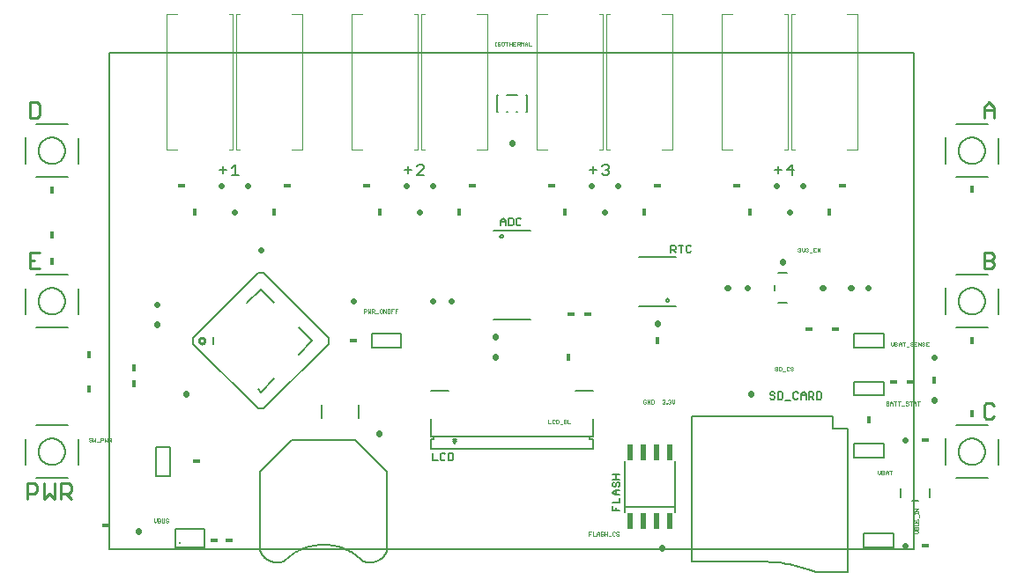
<source format=gto>
G75*
%MOIN*%
%OFA0B0*%
%FSLAX25Y25*%
%IPPOS*%
%LPD*%
%AMOC8*
5,1,8,0,0,1.08239X$1,22.5*
%
%ADD10C,0.00800*%
%ADD11C,0.01100*%
%ADD12C,0.00500*%
%ADD13C,0.00200*%
%ADD14C,0.02200*%
%ADD15R,0.01800X0.03000*%
%ADD16R,0.03000X0.01800*%
%ADD17C,0.00600*%
%ADD18C,0.00394*%
%ADD19R,0.01930X0.05984*%
%ADD20C,0.01000*%
%ADD21C,0.00787*%
D10*
X0225208Y0170801D02*
X0236232Y0170801D01*
X0236232Y0177730D01*
X0225208Y0177730D01*
X0225208Y0170801D01*
X0257345Y0169433D02*
X0257345Y0199433D01*
X0269345Y0211433D01*
X0293345Y0211433D01*
X0305345Y0199433D01*
X0305345Y0169433D01*
X0305283Y0169277D01*
X0305216Y0169122D01*
X0305147Y0168969D01*
X0305073Y0168817D01*
X0304996Y0168668D01*
X0304915Y0168520D01*
X0304831Y0168374D01*
X0304743Y0168231D01*
X0304652Y0168089D01*
X0304558Y0167950D01*
X0304460Y0167813D01*
X0304359Y0167679D01*
X0304254Y0167547D01*
X0304147Y0167417D01*
X0304036Y0167291D01*
X0303922Y0167167D01*
X0303806Y0167045D01*
X0303686Y0166927D01*
X0303564Y0166811D01*
X0303439Y0166699D01*
X0303311Y0166589D01*
X0303180Y0166483D01*
X0303047Y0166380D01*
X0302912Y0166280D01*
X0302774Y0166183D01*
X0302634Y0166090D01*
X0302492Y0166000D01*
X0302347Y0165914D01*
X0302201Y0165831D01*
X0302052Y0165752D01*
X0301902Y0165676D01*
X0301750Y0165604D01*
X0301596Y0165536D01*
X0301441Y0165471D01*
X0301284Y0165410D01*
X0301126Y0165353D01*
X0300966Y0165300D01*
X0300805Y0165251D01*
X0300643Y0165205D01*
X0300480Y0165164D01*
X0300316Y0165126D01*
X0300151Y0165093D01*
X0299985Y0165063D01*
X0299819Y0165037D01*
X0299652Y0165016D01*
X0299485Y0164998D01*
X0299317Y0164985D01*
X0299149Y0164976D01*
X0298981Y0164970D01*
X0298812Y0164969D01*
X0298644Y0164972D01*
X0298476Y0164979D01*
X0298308Y0164990D01*
X0298140Y0165005D01*
X0297973Y0165024D01*
X0297807Y0165047D01*
X0297640Y0165074D01*
X0297475Y0165105D01*
X0297310Y0165140D01*
X0297147Y0165179D01*
X0296984Y0165222D01*
X0296822Y0165269D01*
X0296662Y0165320D01*
X0296503Y0165375D01*
X0296345Y0165433D01*
X0295978Y0165791D01*
X0295603Y0166140D01*
X0295219Y0166480D01*
X0294827Y0166811D01*
X0294427Y0167132D01*
X0294020Y0167443D01*
X0293605Y0167744D01*
X0293184Y0168035D01*
X0292755Y0168316D01*
X0292319Y0168587D01*
X0291877Y0168847D01*
X0291429Y0169096D01*
X0290976Y0169334D01*
X0290516Y0169561D01*
X0290051Y0169777D01*
X0289581Y0169982D01*
X0289106Y0170175D01*
X0288627Y0170357D01*
X0288143Y0170527D01*
X0287656Y0170685D01*
X0287165Y0170832D01*
X0286670Y0170967D01*
X0286172Y0171089D01*
X0285672Y0171200D01*
X0285169Y0171299D01*
X0284663Y0171385D01*
X0284156Y0171459D01*
X0283647Y0171521D01*
X0283137Y0171570D01*
X0282626Y0171607D01*
X0282114Y0171632D01*
X0281601Y0171644D01*
X0281089Y0171644D01*
X0280576Y0171632D01*
X0280064Y0171607D01*
X0279553Y0171570D01*
X0279043Y0171521D01*
X0278534Y0171459D01*
X0278027Y0171385D01*
X0277521Y0171299D01*
X0277018Y0171200D01*
X0276518Y0171089D01*
X0276020Y0170967D01*
X0275525Y0170832D01*
X0275034Y0170685D01*
X0274547Y0170527D01*
X0274063Y0170357D01*
X0273584Y0170175D01*
X0273109Y0169982D01*
X0272639Y0169777D01*
X0272174Y0169561D01*
X0271714Y0169334D01*
X0271261Y0169096D01*
X0270813Y0168847D01*
X0270371Y0168587D01*
X0269935Y0168316D01*
X0269506Y0168035D01*
X0269085Y0167744D01*
X0268670Y0167443D01*
X0268263Y0167132D01*
X0267863Y0166811D01*
X0267471Y0166480D01*
X0267087Y0166140D01*
X0266712Y0165791D01*
X0266345Y0165433D01*
X0266187Y0165375D01*
X0266028Y0165320D01*
X0265868Y0165269D01*
X0265706Y0165222D01*
X0265543Y0165179D01*
X0265380Y0165140D01*
X0265215Y0165105D01*
X0265050Y0165074D01*
X0264883Y0165047D01*
X0264717Y0165024D01*
X0264550Y0165005D01*
X0264382Y0164990D01*
X0264214Y0164979D01*
X0264046Y0164972D01*
X0263878Y0164969D01*
X0263709Y0164970D01*
X0263541Y0164976D01*
X0263373Y0164985D01*
X0263205Y0164998D01*
X0263038Y0165016D01*
X0262871Y0165037D01*
X0262705Y0165063D01*
X0262539Y0165093D01*
X0262374Y0165126D01*
X0262210Y0165164D01*
X0262047Y0165205D01*
X0261885Y0165251D01*
X0261724Y0165300D01*
X0261564Y0165353D01*
X0261406Y0165410D01*
X0261249Y0165471D01*
X0261094Y0165536D01*
X0260940Y0165604D01*
X0260788Y0165676D01*
X0260638Y0165752D01*
X0260489Y0165831D01*
X0260343Y0165914D01*
X0260198Y0166000D01*
X0260056Y0166090D01*
X0259916Y0166183D01*
X0259778Y0166280D01*
X0259643Y0166380D01*
X0259510Y0166483D01*
X0259379Y0166589D01*
X0259251Y0166699D01*
X0259126Y0166811D01*
X0259004Y0166927D01*
X0258884Y0167045D01*
X0258768Y0167167D01*
X0258654Y0167291D01*
X0258543Y0167417D01*
X0258436Y0167547D01*
X0258331Y0167679D01*
X0258230Y0167813D01*
X0258132Y0167950D01*
X0258038Y0168089D01*
X0257947Y0168231D01*
X0257859Y0168374D01*
X0257775Y0168520D01*
X0257694Y0168668D01*
X0257617Y0168817D01*
X0257543Y0168969D01*
X0257474Y0169122D01*
X0257407Y0169277D01*
X0257345Y0169433D01*
X0321886Y0207978D02*
X0383304Y0207978D01*
X0383304Y0211522D01*
X0382123Y0211522D01*
X0382123Y0212703D01*
X0323068Y0212703D01*
X0323068Y0211522D01*
X0321886Y0211522D01*
X0321886Y0207978D01*
X0321886Y0212703D02*
X0321886Y0219278D01*
X0321886Y0212703D02*
X0323068Y0212703D01*
X0330154Y0211522D02*
X0331729Y0211522D01*
X0330942Y0209947D01*
X0330154Y0211522D01*
X0330392Y0211045D02*
X0331491Y0211045D01*
X0331092Y0210247D02*
X0330792Y0210247D01*
X0328579Y0230026D02*
X0321886Y0230026D01*
X0294682Y0224617D02*
X0294682Y0219499D01*
X0280509Y0219499D02*
X0280509Y0224617D01*
X0262745Y0234596D02*
X0257595Y0229446D01*
X0256482Y0230559D01*
X0256482Y0223321D02*
X0231983Y0247820D01*
X0231983Y0250047D01*
X0256482Y0274545D01*
X0258709Y0274545D01*
X0283207Y0250047D01*
X0283207Y0247820D01*
X0258709Y0223321D01*
X0256482Y0223321D01*
X0271932Y0243783D02*
X0277082Y0248933D01*
X0271932Y0254083D01*
X0262745Y0263270D02*
X0257595Y0268420D01*
X0252445Y0263270D01*
X0239500Y0250325D02*
X0239500Y0247541D01*
X0188595Y0258933D02*
X0188595Y0268815D01*
X0184658Y0273933D02*
X0172532Y0273933D01*
X0168595Y0268815D02*
X0168595Y0259051D01*
X0172532Y0253933D02*
X0184658Y0253933D01*
X0173595Y0263933D02*
X0173597Y0264074D01*
X0173603Y0264215D01*
X0173613Y0264355D01*
X0173627Y0264495D01*
X0173645Y0264635D01*
X0173666Y0264774D01*
X0173692Y0264913D01*
X0173721Y0265051D01*
X0173755Y0265187D01*
X0173792Y0265323D01*
X0173833Y0265458D01*
X0173878Y0265592D01*
X0173927Y0265724D01*
X0173979Y0265855D01*
X0174035Y0265984D01*
X0174095Y0266111D01*
X0174158Y0266237D01*
X0174224Y0266361D01*
X0174295Y0266484D01*
X0174368Y0266604D01*
X0174445Y0266722D01*
X0174525Y0266838D01*
X0174609Y0266951D01*
X0174695Y0267062D01*
X0174785Y0267171D01*
X0174878Y0267277D01*
X0174973Y0267380D01*
X0175072Y0267481D01*
X0175173Y0267579D01*
X0175277Y0267674D01*
X0175384Y0267766D01*
X0175493Y0267855D01*
X0175605Y0267940D01*
X0175719Y0268023D01*
X0175835Y0268103D01*
X0175954Y0268179D01*
X0176075Y0268251D01*
X0176197Y0268321D01*
X0176322Y0268386D01*
X0176448Y0268449D01*
X0176576Y0268507D01*
X0176706Y0268562D01*
X0176837Y0268614D01*
X0176970Y0268661D01*
X0177104Y0268705D01*
X0177239Y0268746D01*
X0177375Y0268782D01*
X0177512Y0268814D01*
X0177650Y0268843D01*
X0177788Y0268868D01*
X0177928Y0268888D01*
X0178068Y0268905D01*
X0178208Y0268918D01*
X0178349Y0268927D01*
X0178489Y0268932D01*
X0178630Y0268933D01*
X0178771Y0268930D01*
X0178912Y0268923D01*
X0179052Y0268912D01*
X0179192Y0268897D01*
X0179332Y0268878D01*
X0179471Y0268856D01*
X0179609Y0268829D01*
X0179747Y0268799D01*
X0179883Y0268764D01*
X0180019Y0268726D01*
X0180153Y0268684D01*
X0180287Y0268638D01*
X0180419Y0268589D01*
X0180549Y0268535D01*
X0180678Y0268478D01*
X0180805Y0268418D01*
X0180931Y0268354D01*
X0181054Y0268286D01*
X0181176Y0268215D01*
X0181296Y0268141D01*
X0181413Y0268063D01*
X0181528Y0267982D01*
X0181641Y0267898D01*
X0181752Y0267811D01*
X0181860Y0267720D01*
X0181965Y0267627D01*
X0182068Y0267530D01*
X0182168Y0267431D01*
X0182265Y0267329D01*
X0182359Y0267224D01*
X0182450Y0267117D01*
X0182538Y0267007D01*
X0182623Y0266895D01*
X0182705Y0266780D01*
X0182784Y0266663D01*
X0182859Y0266544D01*
X0182931Y0266423D01*
X0182999Y0266300D01*
X0183064Y0266175D01*
X0183126Y0266048D01*
X0183183Y0265919D01*
X0183238Y0265789D01*
X0183288Y0265658D01*
X0183335Y0265525D01*
X0183378Y0265391D01*
X0183417Y0265255D01*
X0183452Y0265119D01*
X0183484Y0264982D01*
X0183511Y0264844D01*
X0183535Y0264705D01*
X0183555Y0264565D01*
X0183571Y0264425D01*
X0183583Y0264285D01*
X0183591Y0264144D01*
X0183595Y0264003D01*
X0183595Y0263863D01*
X0183591Y0263722D01*
X0183583Y0263581D01*
X0183571Y0263441D01*
X0183555Y0263301D01*
X0183535Y0263161D01*
X0183511Y0263022D01*
X0183484Y0262884D01*
X0183452Y0262747D01*
X0183417Y0262611D01*
X0183378Y0262475D01*
X0183335Y0262341D01*
X0183288Y0262208D01*
X0183238Y0262077D01*
X0183183Y0261947D01*
X0183126Y0261818D01*
X0183064Y0261691D01*
X0182999Y0261566D01*
X0182931Y0261443D01*
X0182859Y0261322D01*
X0182784Y0261203D01*
X0182705Y0261086D01*
X0182623Y0260971D01*
X0182538Y0260859D01*
X0182450Y0260749D01*
X0182359Y0260642D01*
X0182265Y0260537D01*
X0182168Y0260435D01*
X0182068Y0260336D01*
X0181965Y0260239D01*
X0181860Y0260146D01*
X0181752Y0260055D01*
X0181641Y0259968D01*
X0181528Y0259884D01*
X0181413Y0259803D01*
X0181296Y0259725D01*
X0181176Y0259651D01*
X0181054Y0259580D01*
X0180931Y0259512D01*
X0180805Y0259448D01*
X0180678Y0259388D01*
X0180549Y0259331D01*
X0180419Y0259277D01*
X0180287Y0259228D01*
X0180153Y0259182D01*
X0180019Y0259140D01*
X0179883Y0259102D01*
X0179747Y0259067D01*
X0179609Y0259037D01*
X0179471Y0259010D01*
X0179332Y0258988D01*
X0179192Y0258969D01*
X0179052Y0258954D01*
X0178912Y0258943D01*
X0178771Y0258936D01*
X0178630Y0258933D01*
X0178489Y0258934D01*
X0178349Y0258939D01*
X0178208Y0258948D01*
X0178068Y0258961D01*
X0177928Y0258978D01*
X0177788Y0258998D01*
X0177650Y0259023D01*
X0177512Y0259052D01*
X0177375Y0259084D01*
X0177239Y0259120D01*
X0177104Y0259161D01*
X0176970Y0259205D01*
X0176837Y0259252D01*
X0176706Y0259304D01*
X0176576Y0259359D01*
X0176448Y0259417D01*
X0176322Y0259480D01*
X0176197Y0259545D01*
X0176075Y0259615D01*
X0175954Y0259687D01*
X0175835Y0259763D01*
X0175719Y0259843D01*
X0175605Y0259926D01*
X0175493Y0260011D01*
X0175384Y0260100D01*
X0175277Y0260192D01*
X0175173Y0260287D01*
X0175072Y0260385D01*
X0174973Y0260486D01*
X0174878Y0260589D01*
X0174785Y0260695D01*
X0174695Y0260804D01*
X0174609Y0260915D01*
X0174525Y0261028D01*
X0174445Y0261144D01*
X0174368Y0261262D01*
X0174295Y0261382D01*
X0174224Y0261505D01*
X0174158Y0261629D01*
X0174095Y0261755D01*
X0174035Y0261882D01*
X0173979Y0262011D01*
X0173927Y0262142D01*
X0173878Y0262274D01*
X0173833Y0262408D01*
X0173792Y0262543D01*
X0173755Y0262679D01*
X0173721Y0262815D01*
X0173692Y0262953D01*
X0173666Y0263092D01*
X0173645Y0263231D01*
X0173627Y0263371D01*
X0173613Y0263511D01*
X0173603Y0263651D01*
X0173597Y0263792D01*
X0173595Y0263933D01*
X0172532Y0216933D02*
X0184658Y0216933D01*
X0188595Y0211815D02*
X0188595Y0201933D01*
X0184658Y0196933D02*
X0172532Y0196933D01*
X0168595Y0202051D02*
X0168595Y0211815D01*
X0173595Y0206933D02*
X0173597Y0207074D01*
X0173603Y0207215D01*
X0173613Y0207355D01*
X0173627Y0207495D01*
X0173645Y0207635D01*
X0173666Y0207774D01*
X0173692Y0207913D01*
X0173721Y0208051D01*
X0173755Y0208187D01*
X0173792Y0208323D01*
X0173833Y0208458D01*
X0173878Y0208592D01*
X0173927Y0208724D01*
X0173979Y0208855D01*
X0174035Y0208984D01*
X0174095Y0209111D01*
X0174158Y0209237D01*
X0174224Y0209361D01*
X0174295Y0209484D01*
X0174368Y0209604D01*
X0174445Y0209722D01*
X0174525Y0209838D01*
X0174609Y0209951D01*
X0174695Y0210062D01*
X0174785Y0210171D01*
X0174878Y0210277D01*
X0174973Y0210380D01*
X0175072Y0210481D01*
X0175173Y0210579D01*
X0175277Y0210674D01*
X0175384Y0210766D01*
X0175493Y0210855D01*
X0175605Y0210940D01*
X0175719Y0211023D01*
X0175835Y0211103D01*
X0175954Y0211179D01*
X0176075Y0211251D01*
X0176197Y0211321D01*
X0176322Y0211386D01*
X0176448Y0211449D01*
X0176576Y0211507D01*
X0176706Y0211562D01*
X0176837Y0211614D01*
X0176970Y0211661D01*
X0177104Y0211705D01*
X0177239Y0211746D01*
X0177375Y0211782D01*
X0177512Y0211814D01*
X0177650Y0211843D01*
X0177788Y0211868D01*
X0177928Y0211888D01*
X0178068Y0211905D01*
X0178208Y0211918D01*
X0178349Y0211927D01*
X0178489Y0211932D01*
X0178630Y0211933D01*
X0178771Y0211930D01*
X0178912Y0211923D01*
X0179052Y0211912D01*
X0179192Y0211897D01*
X0179332Y0211878D01*
X0179471Y0211856D01*
X0179609Y0211829D01*
X0179747Y0211799D01*
X0179883Y0211764D01*
X0180019Y0211726D01*
X0180153Y0211684D01*
X0180287Y0211638D01*
X0180419Y0211589D01*
X0180549Y0211535D01*
X0180678Y0211478D01*
X0180805Y0211418D01*
X0180931Y0211354D01*
X0181054Y0211286D01*
X0181176Y0211215D01*
X0181296Y0211141D01*
X0181413Y0211063D01*
X0181528Y0210982D01*
X0181641Y0210898D01*
X0181752Y0210811D01*
X0181860Y0210720D01*
X0181965Y0210627D01*
X0182068Y0210530D01*
X0182168Y0210431D01*
X0182265Y0210329D01*
X0182359Y0210224D01*
X0182450Y0210117D01*
X0182538Y0210007D01*
X0182623Y0209895D01*
X0182705Y0209780D01*
X0182784Y0209663D01*
X0182859Y0209544D01*
X0182931Y0209423D01*
X0182999Y0209300D01*
X0183064Y0209175D01*
X0183126Y0209048D01*
X0183183Y0208919D01*
X0183238Y0208789D01*
X0183288Y0208658D01*
X0183335Y0208525D01*
X0183378Y0208391D01*
X0183417Y0208255D01*
X0183452Y0208119D01*
X0183484Y0207982D01*
X0183511Y0207844D01*
X0183535Y0207705D01*
X0183555Y0207565D01*
X0183571Y0207425D01*
X0183583Y0207285D01*
X0183591Y0207144D01*
X0183595Y0207003D01*
X0183595Y0206863D01*
X0183591Y0206722D01*
X0183583Y0206581D01*
X0183571Y0206441D01*
X0183555Y0206301D01*
X0183535Y0206161D01*
X0183511Y0206022D01*
X0183484Y0205884D01*
X0183452Y0205747D01*
X0183417Y0205611D01*
X0183378Y0205475D01*
X0183335Y0205341D01*
X0183288Y0205208D01*
X0183238Y0205077D01*
X0183183Y0204947D01*
X0183126Y0204818D01*
X0183064Y0204691D01*
X0182999Y0204566D01*
X0182931Y0204443D01*
X0182859Y0204322D01*
X0182784Y0204203D01*
X0182705Y0204086D01*
X0182623Y0203971D01*
X0182538Y0203859D01*
X0182450Y0203749D01*
X0182359Y0203642D01*
X0182265Y0203537D01*
X0182168Y0203435D01*
X0182068Y0203336D01*
X0181965Y0203239D01*
X0181860Y0203146D01*
X0181752Y0203055D01*
X0181641Y0202968D01*
X0181528Y0202884D01*
X0181413Y0202803D01*
X0181296Y0202725D01*
X0181176Y0202651D01*
X0181054Y0202580D01*
X0180931Y0202512D01*
X0180805Y0202448D01*
X0180678Y0202388D01*
X0180549Y0202331D01*
X0180419Y0202277D01*
X0180287Y0202228D01*
X0180153Y0202182D01*
X0180019Y0202140D01*
X0179883Y0202102D01*
X0179747Y0202067D01*
X0179609Y0202037D01*
X0179471Y0202010D01*
X0179332Y0201988D01*
X0179192Y0201969D01*
X0179052Y0201954D01*
X0178912Y0201943D01*
X0178771Y0201936D01*
X0178630Y0201933D01*
X0178489Y0201934D01*
X0178349Y0201939D01*
X0178208Y0201948D01*
X0178068Y0201961D01*
X0177928Y0201978D01*
X0177788Y0201998D01*
X0177650Y0202023D01*
X0177512Y0202052D01*
X0177375Y0202084D01*
X0177239Y0202120D01*
X0177104Y0202161D01*
X0176970Y0202205D01*
X0176837Y0202252D01*
X0176706Y0202304D01*
X0176576Y0202359D01*
X0176448Y0202417D01*
X0176322Y0202480D01*
X0176197Y0202545D01*
X0176075Y0202615D01*
X0175954Y0202687D01*
X0175835Y0202763D01*
X0175719Y0202843D01*
X0175605Y0202926D01*
X0175493Y0203011D01*
X0175384Y0203100D01*
X0175277Y0203192D01*
X0175173Y0203287D01*
X0175072Y0203385D01*
X0174973Y0203486D01*
X0174878Y0203589D01*
X0174785Y0203695D01*
X0174695Y0203804D01*
X0174609Y0203915D01*
X0174525Y0204028D01*
X0174445Y0204144D01*
X0174368Y0204262D01*
X0174295Y0204382D01*
X0174224Y0204505D01*
X0174158Y0204629D01*
X0174095Y0204755D01*
X0174035Y0204882D01*
X0173979Y0205011D01*
X0173927Y0205142D01*
X0173878Y0205274D01*
X0173833Y0205408D01*
X0173792Y0205543D01*
X0173755Y0205679D01*
X0173721Y0205815D01*
X0173692Y0205953D01*
X0173666Y0206092D01*
X0173645Y0206231D01*
X0173627Y0206371D01*
X0173613Y0206511D01*
X0173603Y0206651D01*
X0173597Y0206792D01*
X0173595Y0206933D01*
X0172532Y0310933D02*
X0184658Y0310933D01*
X0188595Y0316051D02*
X0188595Y0325815D01*
X0184658Y0330933D02*
X0172532Y0330933D01*
X0168595Y0325933D02*
X0168595Y0316051D01*
X0173595Y0320933D02*
X0173597Y0321074D01*
X0173603Y0321215D01*
X0173613Y0321355D01*
X0173627Y0321495D01*
X0173645Y0321635D01*
X0173666Y0321774D01*
X0173692Y0321913D01*
X0173721Y0322051D01*
X0173755Y0322187D01*
X0173792Y0322323D01*
X0173833Y0322458D01*
X0173878Y0322592D01*
X0173927Y0322724D01*
X0173979Y0322855D01*
X0174035Y0322984D01*
X0174095Y0323111D01*
X0174158Y0323237D01*
X0174224Y0323361D01*
X0174295Y0323484D01*
X0174368Y0323604D01*
X0174445Y0323722D01*
X0174525Y0323838D01*
X0174609Y0323951D01*
X0174695Y0324062D01*
X0174785Y0324171D01*
X0174878Y0324277D01*
X0174973Y0324380D01*
X0175072Y0324481D01*
X0175173Y0324579D01*
X0175277Y0324674D01*
X0175384Y0324766D01*
X0175493Y0324855D01*
X0175605Y0324940D01*
X0175719Y0325023D01*
X0175835Y0325103D01*
X0175954Y0325179D01*
X0176075Y0325251D01*
X0176197Y0325321D01*
X0176322Y0325386D01*
X0176448Y0325449D01*
X0176576Y0325507D01*
X0176706Y0325562D01*
X0176837Y0325614D01*
X0176970Y0325661D01*
X0177104Y0325705D01*
X0177239Y0325746D01*
X0177375Y0325782D01*
X0177512Y0325814D01*
X0177650Y0325843D01*
X0177788Y0325868D01*
X0177928Y0325888D01*
X0178068Y0325905D01*
X0178208Y0325918D01*
X0178349Y0325927D01*
X0178489Y0325932D01*
X0178630Y0325933D01*
X0178771Y0325930D01*
X0178912Y0325923D01*
X0179052Y0325912D01*
X0179192Y0325897D01*
X0179332Y0325878D01*
X0179471Y0325856D01*
X0179609Y0325829D01*
X0179747Y0325799D01*
X0179883Y0325764D01*
X0180019Y0325726D01*
X0180153Y0325684D01*
X0180287Y0325638D01*
X0180419Y0325589D01*
X0180549Y0325535D01*
X0180678Y0325478D01*
X0180805Y0325418D01*
X0180931Y0325354D01*
X0181054Y0325286D01*
X0181176Y0325215D01*
X0181296Y0325141D01*
X0181413Y0325063D01*
X0181528Y0324982D01*
X0181641Y0324898D01*
X0181752Y0324811D01*
X0181860Y0324720D01*
X0181965Y0324627D01*
X0182068Y0324530D01*
X0182168Y0324431D01*
X0182265Y0324329D01*
X0182359Y0324224D01*
X0182450Y0324117D01*
X0182538Y0324007D01*
X0182623Y0323895D01*
X0182705Y0323780D01*
X0182784Y0323663D01*
X0182859Y0323544D01*
X0182931Y0323423D01*
X0182999Y0323300D01*
X0183064Y0323175D01*
X0183126Y0323048D01*
X0183183Y0322919D01*
X0183238Y0322789D01*
X0183288Y0322658D01*
X0183335Y0322525D01*
X0183378Y0322391D01*
X0183417Y0322255D01*
X0183452Y0322119D01*
X0183484Y0321982D01*
X0183511Y0321844D01*
X0183535Y0321705D01*
X0183555Y0321565D01*
X0183571Y0321425D01*
X0183583Y0321285D01*
X0183591Y0321144D01*
X0183595Y0321003D01*
X0183595Y0320863D01*
X0183591Y0320722D01*
X0183583Y0320581D01*
X0183571Y0320441D01*
X0183555Y0320301D01*
X0183535Y0320161D01*
X0183511Y0320022D01*
X0183484Y0319884D01*
X0183452Y0319747D01*
X0183417Y0319611D01*
X0183378Y0319475D01*
X0183335Y0319341D01*
X0183288Y0319208D01*
X0183238Y0319077D01*
X0183183Y0318947D01*
X0183126Y0318818D01*
X0183064Y0318691D01*
X0182999Y0318566D01*
X0182931Y0318443D01*
X0182859Y0318322D01*
X0182784Y0318203D01*
X0182705Y0318086D01*
X0182623Y0317971D01*
X0182538Y0317859D01*
X0182450Y0317749D01*
X0182359Y0317642D01*
X0182265Y0317537D01*
X0182168Y0317435D01*
X0182068Y0317336D01*
X0181965Y0317239D01*
X0181860Y0317146D01*
X0181752Y0317055D01*
X0181641Y0316968D01*
X0181528Y0316884D01*
X0181413Y0316803D01*
X0181296Y0316725D01*
X0181176Y0316651D01*
X0181054Y0316580D01*
X0180931Y0316512D01*
X0180805Y0316448D01*
X0180678Y0316388D01*
X0180549Y0316331D01*
X0180419Y0316277D01*
X0180287Y0316228D01*
X0180153Y0316182D01*
X0180019Y0316140D01*
X0179883Y0316102D01*
X0179747Y0316067D01*
X0179609Y0316037D01*
X0179471Y0316010D01*
X0179332Y0315988D01*
X0179192Y0315969D01*
X0179052Y0315954D01*
X0178912Y0315943D01*
X0178771Y0315936D01*
X0178630Y0315933D01*
X0178489Y0315934D01*
X0178349Y0315939D01*
X0178208Y0315948D01*
X0178068Y0315961D01*
X0177928Y0315978D01*
X0177788Y0315998D01*
X0177650Y0316023D01*
X0177512Y0316052D01*
X0177375Y0316084D01*
X0177239Y0316120D01*
X0177104Y0316161D01*
X0176970Y0316205D01*
X0176837Y0316252D01*
X0176706Y0316304D01*
X0176576Y0316359D01*
X0176448Y0316417D01*
X0176322Y0316480D01*
X0176197Y0316545D01*
X0176075Y0316615D01*
X0175954Y0316687D01*
X0175835Y0316763D01*
X0175719Y0316843D01*
X0175605Y0316926D01*
X0175493Y0317011D01*
X0175384Y0317100D01*
X0175277Y0317192D01*
X0175173Y0317287D01*
X0175072Y0317385D01*
X0174973Y0317486D01*
X0174878Y0317589D01*
X0174785Y0317695D01*
X0174695Y0317804D01*
X0174609Y0317915D01*
X0174525Y0318028D01*
X0174445Y0318144D01*
X0174368Y0318262D01*
X0174295Y0318382D01*
X0174224Y0318505D01*
X0174158Y0318629D01*
X0174095Y0318755D01*
X0174035Y0318882D01*
X0173979Y0319011D01*
X0173927Y0319142D01*
X0173878Y0319274D01*
X0173833Y0319408D01*
X0173792Y0319543D01*
X0173755Y0319679D01*
X0173721Y0319815D01*
X0173692Y0319953D01*
X0173666Y0320092D01*
X0173645Y0320231D01*
X0173627Y0320371D01*
X0173613Y0320511D01*
X0173603Y0320651D01*
X0173597Y0320792D01*
X0173595Y0320933D01*
X0241870Y0313685D02*
X0244673Y0313685D01*
X0246474Y0314385D02*
X0247875Y0315787D01*
X0247875Y0311583D01*
X0246474Y0311583D02*
X0249276Y0311583D01*
X0243271Y0312284D02*
X0243271Y0315086D01*
X0311870Y0313685D02*
X0314673Y0313685D01*
X0313271Y0315086D02*
X0313271Y0312284D01*
X0316474Y0311583D02*
X0319276Y0314385D01*
X0319276Y0315086D01*
X0318576Y0315787D01*
X0317175Y0315787D01*
X0316474Y0315086D01*
X0316474Y0311583D02*
X0319276Y0311583D01*
X0348130Y0288533D02*
X0348132Y0288580D01*
X0348138Y0288627D01*
X0348148Y0288674D01*
X0348161Y0288719D01*
X0348179Y0288763D01*
X0348200Y0288805D01*
X0348224Y0288846D01*
X0348252Y0288884D01*
X0348283Y0288920D01*
X0348317Y0288953D01*
X0348353Y0288983D01*
X0348392Y0289010D01*
X0348433Y0289034D01*
X0348476Y0289054D01*
X0348520Y0289070D01*
X0348566Y0289083D01*
X0348612Y0289092D01*
X0348660Y0289097D01*
X0348707Y0289098D01*
X0348754Y0289095D01*
X0348801Y0289088D01*
X0348847Y0289077D01*
X0348892Y0289063D01*
X0348936Y0289044D01*
X0348977Y0289022D01*
X0349017Y0288997D01*
X0349055Y0288968D01*
X0349090Y0288937D01*
X0349123Y0288902D01*
X0349152Y0288865D01*
X0349178Y0288826D01*
X0349201Y0288784D01*
X0349220Y0288741D01*
X0349236Y0288696D01*
X0349248Y0288650D01*
X0349256Y0288604D01*
X0349260Y0288557D01*
X0349260Y0288509D01*
X0349256Y0288462D01*
X0349248Y0288416D01*
X0349236Y0288370D01*
X0349220Y0288325D01*
X0349201Y0288282D01*
X0349178Y0288240D01*
X0349152Y0288201D01*
X0349123Y0288164D01*
X0349090Y0288129D01*
X0349055Y0288098D01*
X0349017Y0288069D01*
X0348978Y0288044D01*
X0348936Y0288022D01*
X0348892Y0288003D01*
X0348847Y0287989D01*
X0348801Y0287978D01*
X0348754Y0287971D01*
X0348707Y0287968D01*
X0348660Y0287969D01*
X0348612Y0287974D01*
X0348566Y0287983D01*
X0348520Y0287996D01*
X0348476Y0288012D01*
X0348433Y0288032D01*
X0348392Y0288056D01*
X0348353Y0288083D01*
X0348317Y0288113D01*
X0348283Y0288146D01*
X0348252Y0288182D01*
X0348224Y0288220D01*
X0348200Y0288261D01*
X0348179Y0288303D01*
X0348161Y0288347D01*
X0348148Y0288392D01*
X0348138Y0288439D01*
X0348132Y0288486D01*
X0348130Y0288533D01*
X0381870Y0313685D02*
X0384673Y0313685D01*
X0383271Y0315086D02*
X0383271Y0312284D01*
X0386474Y0312284D02*
X0387175Y0311583D01*
X0388576Y0311583D01*
X0389276Y0312284D01*
X0389276Y0312984D01*
X0388576Y0313685D01*
X0387875Y0313685D01*
X0388576Y0313685D02*
X0389276Y0314385D01*
X0389276Y0315086D01*
X0388576Y0315787D01*
X0387175Y0315787D01*
X0386474Y0315086D01*
X0451870Y0313685D02*
X0454673Y0313685D01*
X0456474Y0313685D02*
X0458576Y0315787D01*
X0458576Y0311583D01*
X0459276Y0313685D02*
X0456474Y0313685D01*
X0453271Y0315086D02*
X0453271Y0312284D01*
X0453405Y0274533D02*
X0456786Y0274533D01*
X0451905Y0269990D02*
X0451905Y0267876D01*
X0453405Y0263333D02*
X0456786Y0263333D01*
X0410930Y0264333D02*
X0410932Y0264380D01*
X0410938Y0264427D01*
X0410948Y0264474D01*
X0410961Y0264519D01*
X0410979Y0264563D01*
X0411000Y0264605D01*
X0411024Y0264646D01*
X0411052Y0264684D01*
X0411083Y0264720D01*
X0411117Y0264753D01*
X0411153Y0264783D01*
X0411192Y0264810D01*
X0411233Y0264834D01*
X0411276Y0264854D01*
X0411320Y0264870D01*
X0411366Y0264883D01*
X0411412Y0264892D01*
X0411460Y0264897D01*
X0411507Y0264898D01*
X0411554Y0264895D01*
X0411601Y0264888D01*
X0411647Y0264877D01*
X0411692Y0264863D01*
X0411736Y0264844D01*
X0411777Y0264822D01*
X0411817Y0264797D01*
X0411855Y0264768D01*
X0411890Y0264737D01*
X0411923Y0264702D01*
X0411952Y0264665D01*
X0411978Y0264626D01*
X0412001Y0264584D01*
X0412020Y0264541D01*
X0412036Y0264496D01*
X0412048Y0264450D01*
X0412056Y0264404D01*
X0412060Y0264357D01*
X0412060Y0264309D01*
X0412056Y0264262D01*
X0412048Y0264216D01*
X0412036Y0264170D01*
X0412020Y0264125D01*
X0412001Y0264082D01*
X0411978Y0264040D01*
X0411952Y0264001D01*
X0411923Y0263964D01*
X0411890Y0263929D01*
X0411855Y0263898D01*
X0411817Y0263869D01*
X0411778Y0263844D01*
X0411736Y0263822D01*
X0411692Y0263803D01*
X0411647Y0263789D01*
X0411601Y0263778D01*
X0411554Y0263771D01*
X0411507Y0263768D01*
X0411460Y0263769D01*
X0411412Y0263774D01*
X0411366Y0263783D01*
X0411320Y0263796D01*
X0411276Y0263812D01*
X0411233Y0263832D01*
X0411192Y0263856D01*
X0411153Y0263883D01*
X0411117Y0263913D01*
X0411083Y0263946D01*
X0411052Y0263982D01*
X0411024Y0264020D01*
X0411000Y0264061D01*
X0410979Y0264103D01*
X0410961Y0264147D01*
X0410948Y0264192D01*
X0410938Y0264239D01*
X0410932Y0264286D01*
X0410930Y0264333D01*
X0383304Y0230026D02*
X0376611Y0230026D01*
X0383304Y0219278D02*
X0383304Y0212703D01*
X0382123Y0212703D01*
X0395271Y0203250D02*
X0395271Y0186085D01*
X0414169Y0186085D01*
X0414169Y0184116D01*
X0414169Y0186085D02*
X0414169Y0203250D01*
X0395271Y0186085D02*
X0395271Y0184116D01*
X0499495Y0189743D02*
X0499495Y0193124D01*
X0504038Y0188243D02*
X0506152Y0188243D01*
X0510695Y0189743D02*
X0510695Y0193124D01*
X0520532Y0196933D02*
X0532658Y0196933D01*
X0536595Y0202051D02*
X0536595Y0211815D01*
X0532658Y0216933D02*
X0520532Y0216933D01*
X0516595Y0211933D02*
X0516595Y0202051D01*
X0521595Y0206933D02*
X0521597Y0207074D01*
X0521603Y0207215D01*
X0521613Y0207355D01*
X0521627Y0207495D01*
X0521645Y0207635D01*
X0521666Y0207774D01*
X0521692Y0207913D01*
X0521721Y0208051D01*
X0521755Y0208187D01*
X0521792Y0208323D01*
X0521833Y0208458D01*
X0521878Y0208592D01*
X0521927Y0208724D01*
X0521979Y0208855D01*
X0522035Y0208984D01*
X0522095Y0209111D01*
X0522158Y0209237D01*
X0522224Y0209361D01*
X0522295Y0209484D01*
X0522368Y0209604D01*
X0522445Y0209722D01*
X0522525Y0209838D01*
X0522609Y0209951D01*
X0522695Y0210062D01*
X0522785Y0210171D01*
X0522878Y0210277D01*
X0522973Y0210380D01*
X0523072Y0210481D01*
X0523173Y0210579D01*
X0523277Y0210674D01*
X0523384Y0210766D01*
X0523493Y0210855D01*
X0523605Y0210940D01*
X0523719Y0211023D01*
X0523835Y0211103D01*
X0523954Y0211179D01*
X0524075Y0211251D01*
X0524197Y0211321D01*
X0524322Y0211386D01*
X0524448Y0211449D01*
X0524576Y0211507D01*
X0524706Y0211562D01*
X0524837Y0211614D01*
X0524970Y0211661D01*
X0525104Y0211705D01*
X0525239Y0211746D01*
X0525375Y0211782D01*
X0525512Y0211814D01*
X0525650Y0211843D01*
X0525788Y0211868D01*
X0525928Y0211888D01*
X0526068Y0211905D01*
X0526208Y0211918D01*
X0526349Y0211927D01*
X0526489Y0211932D01*
X0526630Y0211933D01*
X0526771Y0211930D01*
X0526912Y0211923D01*
X0527052Y0211912D01*
X0527192Y0211897D01*
X0527332Y0211878D01*
X0527471Y0211856D01*
X0527609Y0211829D01*
X0527747Y0211799D01*
X0527883Y0211764D01*
X0528019Y0211726D01*
X0528153Y0211684D01*
X0528287Y0211638D01*
X0528419Y0211589D01*
X0528549Y0211535D01*
X0528678Y0211478D01*
X0528805Y0211418D01*
X0528931Y0211354D01*
X0529054Y0211286D01*
X0529176Y0211215D01*
X0529296Y0211141D01*
X0529413Y0211063D01*
X0529528Y0210982D01*
X0529641Y0210898D01*
X0529752Y0210811D01*
X0529860Y0210720D01*
X0529965Y0210627D01*
X0530068Y0210530D01*
X0530168Y0210431D01*
X0530265Y0210329D01*
X0530359Y0210224D01*
X0530450Y0210117D01*
X0530538Y0210007D01*
X0530623Y0209895D01*
X0530705Y0209780D01*
X0530784Y0209663D01*
X0530859Y0209544D01*
X0530931Y0209423D01*
X0530999Y0209300D01*
X0531064Y0209175D01*
X0531126Y0209048D01*
X0531183Y0208919D01*
X0531238Y0208789D01*
X0531288Y0208658D01*
X0531335Y0208525D01*
X0531378Y0208391D01*
X0531417Y0208255D01*
X0531452Y0208119D01*
X0531484Y0207982D01*
X0531511Y0207844D01*
X0531535Y0207705D01*
X0531555Y0207565D01*
X0531571Y0207425D01*
X0531583Y0207285D01*
X0531591Y0207144D01*
X0531595Y0207003D01*
X0531595Y0206863D01*
X0531591Y0206722D01*
X0531583Y0206581D01*
X0531571Y0206441D01*
X0531555Y0206301D01*
X0531535Y0206161D01*
X0531511Y0206022D01*
X0531484Y0205884D01*
X0531452Y0205747D01*
X0531417Y0205611D01*
X0531378Y0205475D01*
X0531335Y0205341D01*
X0531288Y0205208D01*
X0531238Y0205077D01*
X0531183Y0204947D01*
X0531126Y0204818D01*
X0531064Y0204691D01*
X0530999Y0204566D01*
X0530931Y0204443D01*
X0530859Y0204322D01*
X0530784Y0204203D01*
X0530705Y0204086D01*
X0530623Y0203971D01*
X0530538Y0203859D01*
X0530450Y0203749D01*
X0530359Y0203642D01*
X0530265Y0203537D01*
X0530168Y0203435D01*
X0530068Y0203336D01*
X0529965Y0203239D01*
X0529860Y0203146D01*
X0529752Y0203055D01*
X0529641Y0202968D01*
X0529528Y0202884D01*
X0529413Y0202803D01*
X0529296Y0202725D01*
X0529176Y0202651D01*
X0529054Y0202580D01*
X0528931Y0202512D01*
X0528805Y0202448D01*
X0528678Y0202388D01*
X0528549Y0202331D01*
X0528419Y0202277D01*
X0528287Y0202228D01*
X0528153Y0202182D01*
X0528019Y0202140D01*
X0527883Y0202102D01*
X0527747Y0202067D01*
X0527609Y0202037D01*
X0527471Y0202010D01*
X0527332Y0201988D01*
X0527192Y0201969D01*
X0527052Y0201954D01*
X0526912Y0201943D01*
X0526771Y0201936D01*
X0526630Y0201933D01*
X0526489Y0201934D01*
X0526349Y0201939D01*
X0526208Y0201948D01*
X0526068Y0201961D01*
X0525928Y0201978D01*
X0525788Y0201998D01*
X0525650Y0202023D01*
X0525512Y0202052D01*
X0525375Y0202084D01*
X0525239Y0202120D01*
X0525104Y0202161D01*
X0524970Y0202205D01*
X0524837Y0202252D01*
X0524706Y0202304D01*
X0524576Y0202359D01*
X0524448Y0202417D01*
X0524322Y0202480D01*
X0524197Y0202545D01*
X0524075Y0202615D01*
X0523954Y0202687D01*
X0523835Y0202763D01*
X0523719Y0202843D01*
X0523605Y0202926D01*
X0523493Y0203011D01*
X0523384Y0203100D01*
X0523277Y0203192D01*
X0523173Y0203287D01*
X0523072Y0203385D01*
X0522973Y0203486D01*
X0522878Y0203589D01*
X0522785Y0203695D01*
X0522695Y0203804D01*
X0522609Y0203915D01*
X0522525Y0204028D01*
X0522445Y0204144D01*
X0522368Y0204262D01*
X0522295Y0204382D01*
X0522224Y0204505D01*
X0522158Y0204629D01*
X0522095Y0204755D01*
X0522035Y0204882D01*
X0521979Y0205011D01*
X0521927Y0205142D01*
X0521878Y0205274D01*
X0521833Y0205408D01*
X0521792Y0205543D01*
X0521755Y0205679D01*
X0521721Y0205815D01*
X0521692Y0205953D01*
X0521666Y0206092D01*
X0521645Y0206231D01*
X0521627Y0206371D01*
X0521613Y0206511D01*
X0521603Y0206651D01*
X0521597Y0206792D01*
X0521595Y0206933D01*
X0520532Y0253933D02*
X0532658Y0253933D01*
X0536595Y0259051D02*
X0536595Y0268815D01*
X0532658Y0273933D02*
X0520532Y0273933D01*
X0516595Y0268933D02*
X0516595Y0259051D01*
X0521595Y0263933D02*
X0521597Y0264074D01*
X0521603Y0264215D01*
X0521613Y0264355D01*
X0521627Y0264495D01*
X0521645Y0264635D01*
X0521666Y0264774D01*
X0521692Y0264913D01*
X0521721Y0265051D01*
X0521755Y0265187D01*
X0521792Y0265323D01*
X0521833Y0265458D01*
X0521878Y0265592D01*
X0521927Y0265724D01*
X0521979Y0265855D01*
X0522035Y0265984D01*
X0522095Y0266111D01*
X0522158Y0266237D01*
X0522224Y0266361D01*
X0522295Y0266484D01*
X0522368Y0266604D01*
X0522445Y0266722D01*
X0522525Y0266838D01*
X0522609Y0266951D01*
X0522695Y0267062D01*
X0522785Y0267171D01*
X0522878Y0267277D01*
X0522973Y0267380D01*
X0523072Y0267481D01*
X0523173Y0267579D01*
X0523277Y0267674D01*
X0523384Y0267766D01*
X0523493Y0267855D01*
X0523605Y0267940D01*
X0523719Y0268023D01*
X0523835Y0268103D01*
X0523954Y0268179D01*
X0524075Y0268251D01*
X0524197Y0268321D01*
X0524322Y0268386D01*
X0524448Y0268449D01*
X0524576Y0268507D01*
X0524706Y0268562D01*
X0524837Y0268614D01*
X0524970Y0268661D01*
X0525104Y0268705D01*
X0525239Y0268746D01*
X0525375Y0268782D01*
X0525512Y0268814D01*
X0525650Y0268843D01*
X0525788Y0268868D01*
X0525928Y0268888D01*
X0526068Y0268905D01*
X0526208Y0268918D01*
X0526349Y0268927D01*
X0526489Y0268932D01*
X0526630Y0268933D01*
X0526771Y0268930D01*
X0526912Y0268923D01*
X0527052Y0268912D01*
X0527192Y0268897D01*
X0527332Y0268878D01*
X0527471Y0268856D01*
X0527609Y0268829D01*
X0527747Y0268799D01*
X0527883Y0268764D01*
X0528019Y0268726D01*
X0528153Y0268684D01*
X0528287Y0268638D01*
X0528419Y0268589D01*
X0528549Y0268535D01*
X0528678Y0268478D01*
X0528805Y0268418D01*
X0528931Y0268354D01*
X0529054Y0268286D01*
X0529176Y0268215D01*
X0529296Y0268141D01*
X0529413Y0268063D01*
X0529528Y0267982D01*
X0529641Y0267898D01*
X0529752Y0267811D01*
X0529860Y0267720D01*
X0529965Y0267627D01*
X0530068Y0267530D01*
X0530168Y0267431D01*
X0530265Y0267329D01*
X0530359Y0267224D01*
X0530450Y0267117D01*
X0530538Y0267007D01*
X0530623Y0266895D01*
X0530705Y0266780D01*
X0530784Y0266663D01*
X0530859Y0266544D01*
X0530931Y0266423D01*
X0530999Y0266300D01*
X0531064Y0266175D01*
X0531126Y0266048D01*
X0531183Y0265919D01*
X0531238Y0265789D01*
X0531288Y0265658D01*
X0531335Y0265525D01*
X0531378Y0265391D01*
X0531417Y0265255D01*
X0531452Y0265119D01*
X0531484Y0264982D01*
X0531511Y0264844D01*
X0531535Y0264705D01*
X0531555Y0264565D01*
X0531571Y0264425D01*
X0531583Y0264285D01*
X0531591Y0264144D01*
X0531595Y0264003D01*
X0531595Y0263863D01*
X0531591Y0263722D01*
X0531583Y0263581D01*
X0531571Y0263441D01*
X0531555Y0263301D01*
X0531535Y0263161D01*
X0531511Y0263022D01*
X0531484Y0262884D01*
X0531452Y0262747D01*
X0531417Y0262611D01*
X0531378Y0262475D01*
X0531335Y0262341D01*
X0531288Y0262208D01*
X0531238Y0262077D01*
X0531183Y0261947D01*
X0531126Y0261818D01*
X0531064Y0261691D01*
X0530999Y0261566D01*
X0530931Y0261443D01*
X0530859Y0261322D01*
X0530784Y0261203D01*
X0530705Y0261086D01*
X0530623Y0260971D01*
X0530538Y0260859D01*
X0530450Y0260749D01*
X0530359Y0260642D01*
X0530265Y0260537D01*
X0530168Y0260435D01*
X0530068Y0260336D01*
X0529965Y0260239D01*
X0529860Y0260146D01*
X0529752Y0260055D01*
X0529641Y0259968D01*
X0529528Y0259884D01*
X0529413Y0259803D01*
X0529296Y0259725D01*
X0529176Y0259651D01*
X0529054Y0259580D01*
X0528931Y0259512D01*
X0528805Y0259448D01*
X0528678Y0259388D01*
X0528549Y0259331D01*
X0528419Y0259277D01*
X0528287Y0259228D01*
X0528153Y0259182D01*
X0528019Y0259140D01*
X0527883Y0259102D01*
X0527747Y0259067D01*
X0527609Y0259037D01*
X0527471Y0259010D01*
X0527332Y0258988D01*
X0527192Y0258969D01*
X0527052Y0258954D01*
X0526912Y0258943D01*
X0526771Y0258936D01*
X0526630Y0258933D01*
X0526489Y0258934D01*
X0526349Y0258939D01*
X0526208Y0258948D01*
X0526068Y0258961D01*
X0525928Y0258978D01*
X0525788Y0258998D01*
X0525650Y0259023D01*
X0525512Y0259052D01*
X0525375Y0259084D01*
X0525239Y0259120D01*
X0525104Y0259161D01*
X0524970Y0259205D01*
X0524837Y0259252D01*
X0524706Y0259304D01*
X0524576Y0259359D01*
X0524448Y0259417D01*
X0524322Y0259480D01*
X0524197Y0259545D01*
X0524075Y0259615D01*
X0523954Y0259687D01*
X0523835Y0259763D01*
X0523719Y0259843D01*
X0523605Y0259926D01*
X0523493Y0260011D01*
X0523384Y0260100D01*
X0523277Y0260192D01*
X0523173Y0260287D01*
X0523072Y0260385D01*
X0522973Y0260486D01*
X0522878Y0260589D01*
X0522785Y0260695D01*
X0522695Y0260804D01*
X0522609Y0260915D01*
X0522525Y0261028D01*
X0522445Y0261144D01*
X0522368Y0261262D01*
X0522295Y0261382D01*
X0522224Y0261505D01*
X0522158Y0261629D01*
X0522095Y0261755D01*
X0522035Y0261882D01*
X0521979Y0262011D01*
X0521927Y0262142D01*
X0521878Y0262274D01*
X0521833Y0262408D01*
X0521792Y0262543D01*
X0521755Y0262679D01*
X0521721Y0262815D01*
X0521692Y0262953D01*
X0521666Y0263092D01*
X0521645Y0263231D01*
X0521627Y0263371D01*
X0521613Y0263511D01*
X0521603Y0263651D01*
X0521597Y0263792D01*
X0521595Y0263933D01*
X0520532Y0310933D02*
X0532658Y0310933D01*
X0536595Y0316051D02*
X0536595Y0325815D01*
X0532658Y0330933D02*
X0520532Y0330933D01*
X0516595Y0325933D02*
X0516595Y0316051D01*
X0521595Y0320933D02*
X0521597Y0321074D01*
X0521603Y0321215D01*
X0521613Y0321355D01*
X0521627Y0321495D01*
X0521645Y0321635D01*
X0521666Y0321774D01*
X0521692Y0321913D01*
X0521721Y0322051D01*
X0521755Y0322187D01*
X0521792Y0322323D01*
X0521833Y0322458D01*
X0521878Y0322592D01*
X0521927Y0322724D01*
X0521979Y0322855D01*
X0522035Y0322984D01*
X0522095Y0323111D01*
X0522158Y0323237D01*
X0522224Y0323361D01*
X0522295Y0323484D01*
X0522368Y0323604D01*
X0522445Y0323722D01*
X0522525Y0323838D01*
X0522609Y0323951D01*
X0522695Y0324062D01*
X0522785Y0324171D01*
X0522878Y0324277D01*
X0522973Y0324380D01*
X0523072Y0324481D01*
X0523173Y0324579D01*
X0523277Y0324674D01*
X0523384Y0324766D01*
X0523493Y0324855D01*
X0523605Y0324940D01*
X0523719Y0325023D01*
X0523835Y0325103D01*
X0523954Y0325179D01*
X0524075Y0325251D01*
X0524197Y0325321D01*
X0524322Y0325386D01*
X0524448Y0325449D01*
X0524576Y0325507D01*
X0524706Y0325562D01*
X0524837Y0325614D01*
X0524970Y0325661D01*
X0525104Y0325705D01*
X0525239Y0325746D01*
X0525375Y0325782D01*
X0525512Y0325814D01*
X0525650Y0325843D01*
X0525788Y0325868D01*
X0525928Y0325888D01*
X0526068Y0325905D01*
X0526208Y0325918D01*
X0526349Y0325927D01*
X0526489Y0325932D01*
X0526630Y0325933D01*
X0526771Y0325930D01*
X0526912Y0325923D01*
X0527052Y0325912D01*
X0527192Y0325897D01*
X0527332Y0325878D01*
X0527471Y0325856D01*
X0527609Y0325829D01*
X0527747Y0325799D01*
X0527883Y0325764D01*
X0528019Y0325726D01*
X0528153Y0325684D01*
X0528287Y0325638D01*
X0528419Y0325589D01*
X0528549Y0325535D01*
X0528678Y0325478D01*
X0528805Y0325418D01*
X0528931Y0325354D01*
X0529054Y0325286D01*
X0529176Y0325215D01*
X0529296Y0325141D01*
X0529413Y0325063D01*
X0529528Y0324982D01*
X0529641Y0324898D01*
X0529752Y0324811D01*
X0529860Y0324720D01*
X0529965Y0324627D01*
X0530068Y0324530D01*
X0530168Y0324431D01*
X0530265Y0324329D01*
X0530359Y0324224D01*
X0530450Y0324117D01*
X0530538Y0324007D01*
X0530623Y0323895D01*
X0530705Y0323780D01*
X0530784Y0323663D01*
X0530859Y0323544D01*
X0530931Y0323423D01*
X0530999Y0323300D01*
X0531064Y0323175D01*
X0531126Y0323048D01*
X0531183Y0322919D01*
X0531238Y0322789D01*
X0531288Y0322658D01*
X0531335Y0322525D01*
X0531378Y0322391D01*
X0531417Y0322255D01*
X0531452Y0322119D01*
X0531484Y0321982D01*
X0531511Y0321844D01*
X0531535Y0321705D01*
X0531555Y0321565D01*
X0531571Y0321425D01*
X0531583Y0321285D01*
X0531591Y0321144D01*
X0531595Y0321003D01*
X0531595Y0320863D01*
X0531591Y0320722D01*
X0531583Y0320581D01*
X0531571Y0320441D01*
X0531555Y0320301D01*
X0531535Y0320161D01*
X0531511Y0320022D01*
X0531484Y0319884D01*
X0531452Y0319747D01*
X0531417Y0319611D01*
X0531378Y0319475D01*
X0531335Y0319341D01*
X0531288Y0319208D01*
X0531238Y0319077D01*
X0531183Y0318947D01*
X0531126Y0318818D01*
X0531064Y0318691D01*
X0530999Y0318566D01*
X0530931Y0318443D01*
X0530859Y0318322D01*
X0530784Y0318203D01*
X0530705Y0318086D01*
X0530623Y0317971D01*
X0530538Y0317859D01*
X0530450Y0317749D01*
X0530359Y0317642D01*
X0530265Y0317537D01*
X0530168Y0317435D01*
X0530068Y0317336D01*
X0529965Y0317239D01*
X0529860Y0317146D01*
X0529752Y0317055D01*
X0529641Y0316968D01*
X0529528Y0316884D01*
X0529413Y0316803D01*
X0529296Y0316725D01*
X0529176Y0316651D01*
X0529054Y0316580D01*
X0528931Y0316512D01*
X0528805Y0316448D01*
X0528678Y0316388D01*
X0528549Y0316331D01*
X0528419Y0316277D01*
X0528287Y0316228D01*
X0528153Y0316182D01*
X0528019Y0316140D01*
X0527883Y0316102D01*
X0527747Y0316067D01*
X0527609Y0316037D01*
X0527471Y0316010D01*
X0527332Y0315988D01*
X0527192Y0315969D01*
X0527052Y0315954D01*
X0526912Y0315943D01*
X0526771Y0315936D01*
X0526630Y0315933D01*
X0526489Y0315934D01*
X0526349Y0315939D01*
X0526208Y0315948D01*
X0526068Y0315961D01*
X0525928Y0315978D01*
X0525788Y0315998D01*
X0525650Y0316023D01*
X0525512Y0316052D01*
X0525375Y0316084D01*
X0525239Y0316120D01*
X0525104Y0316161D01*
X0524970Y0316205D01*
X0524837Y0316252D01*
X0524706Y0316304D01*
X0524576Y0316359D01*
X0524448Y0316417D01*
X0524322Y0316480D01*
X0524197Y0316545D01*
X0524075Y0316615D01*
X0523954Y0316687D01*
X0523835Y0316763D01*
X0523719Y0316843D01*
X0523605Y0316926D01*
X0523493Y0317011D01*
X0523384Y0317100D01*
X0523277Y0317192D01*
X0523173Y0317287D01*
X0523072Y0317385D01*
X0522973Y0317486D01*
X0522878Y0317589D01*
X0522785Y0317695D01*
X0522695Y0317804D01*
X0522609Y0317915D01*
X0522525Y0318028D01*
X0522445Y0318144D01*
X0522368Y0318262D01*
X0522295Y0318382D01*
X0522224Y0318505D01*
X0522158Y0318629D01*
X0522095Y0318755D01*
X0522035Y0318882D01*
X0521979Y0319011D01*
X0521927Y0319142D01*
X0521878Y0319274D01*
X0521833Y0319408D01*
X0521792Y0319543D01*
X0521755Y0319679D01*
X0521721Y0319815D01*
X0521692Y0319953D01*
X0521666Y0320092D01*
X0521645Y0320231D01*
X0521627Y0320371D01*
X0521613Y0320511D01*
X0521603Y0320651D01*
X0521597Y0320792D01*
X0521595Y0320933D01*
D11*
X0531145Y0333483D02*
X0531145Y0337420D01*
X0533113Y0339388D01*
X0535082Y0337420D01*
X0535082Y0333483D01*
X0535082Y0336436D02*
X0531145Y0336436D01*
X0531145Y0282388D02*
X0534098Y0282388D01*
X0535082Y0281404D01*
X0535082Y0280420D01*
X0534098Y0279436D01*
X0531145Y0279436D01*
X0531145Y0282388D02*
X0531145Y0276483D01*
X0534098Y0276483D01*
X0535082Y0277467D01*
X0535082Y0278451D01*
X0534098Y0279436D01*
X0534098Y0225388D02*
X0532129Y0225388D01*
X0531145Y0224404D01*
X0531145Y0220467D01*
X0532129Y0219483D01*
X0534098Y0219483D01*
X0535082Y0220467D01*
X0535082Y0224404D02*
X0534098Y0225388D01*
X0185973Y0193904D02*
X0185973Y0191936D01*
X0184989Y0190951D01*
X0182036Y0190951D01*
X0182036Y0188983D02*
X0182036Y0194888D01*
X0184989Y0194888D01*
X0185973Y0193904D01*
X0184004Y0190951D02*
X0185973Y0188983D01*
X0179527Y0188983D02*
X0179527Y0194888D01*
X0175591Y0194888D02*
X0175591Y0188983D01*
X0177559Y0190951D01*
X0179527Y0188983D01*
X0173082Y0191936D02*
X0173082Y0193904D01*
X0172098Y0194888D01*
X0169145Y0194888D01*
X0169145Y0188983D01*
X0169145Y0190951D02*
X0172098Y0190951D01*
X0173082Y0191936D01*
X0174082Y0276483D02*
X0170145Y0276483D01*
X0170145Y0282388D01*
X0174082Y0282388D01*
X0172113Y0279436D02*
X0170145Y0279436D01*
X0170145Y0333483D02*
X0173098Y0333483D01*
X0174082Y0334467D01*
X0174082Y0338404D01*
X0173098Y0339388D01*
X0170145Y0339388D01*
X0170145Y0333483D01*
D12*
X0200430Y0358028D02*
X0200430Y0169839D01*
X0504760Y0169839D01*
X0504760Y0358028D01*
X0200430Y0358028D01*
X0348425Y0294385D02*
X0349326Y0295285D01*
X0350227Y0294385D01*
X0350227Y0292583D01*
X0351372Y0292583D02*
X0352723Y0292583D01*
X0353173Y0293033D01*
X0353173Y0294835D01*
X0352723Y0295285D01*
X0351372Y0295285D01*
X0351372Y0292583D01*
X0350227Y0293934D02*
X0348425Y0293934D01*
X0348425Y0294385D02*
X0348425Y0292583D01*
X0354318Y0293033D02*
X0354769Y0292583D01*
X0355670Y0292583D01*
X0356120Y0293033D01*
X0354318Y0293033D02*
X0354318Y0294835D01*
X0354769Y0295285D01*
X0355670Y0295285D01*
X0356120Y0294835D01*
X0412720Y0285135D02*
X0412720Y0282433D01*
X0412720Y0283334D02*
X0414071Y0283334D01*
X0414522Y0283784D01*
X0414522Y0284685D01*
X0414071Y0285135D01*
X0412720Y0285135D01*
X0413621Y0283334D02*
X0414522Y0282433D01*
X0416567Y0282433D02*
X0416567Y0285135D01*
X0415667Y0285135D02*
X0417468Y0285135D01*
X0418613Y0284685D02*
X0418613Y0282883D01*
X0419064Y0282433D01*
X0419964Y0282433D01*
X0420415Y0282883D01*
X0420415Y0284685D02*
X0419964Y0285135D01*
X0419064Y0285135D01*
X0418613Y0284685D01*
X0450671Y0229510D02*
X0450220Y0229060D01*
X0450220Y0228610D01*
X0450671Y0228159D01*
X0451571Y0228159D01*
X0452022Y0227709D01*
X0452022Y0227258D01*
X0451571Y0226808D01*
X0450671Y0226808D01*
X0450220Y0227258D01*
X0450671Y0229510D02*
X0451571Y0229510D01*
X0452022Y0229060D01*
X0453167Y0229510D02*
X0454518Y0229510D01*
X0454968Y0229060D01*
X0454968Y0227258D01*
X0454518Y0226808D01*
X0453167Y0226808D01*
X0453167Y0229510D01*
X0456113Y0226358D02*
X0457915Y0226358D01*
X0459060Y0227258D02*
X0459510Y0226808D01*
X0460411Y0226808D01*
X0460861Y0227258D01*
X0462006Y0226808D02*
X0462006Y0228610D01*
X0462907Y0229510D01*
X0463808Y0228610D01*
X0463808Y0226808D01*
X0464953Y0226808D02*
X0464953Y0229510D01*
X0466304Y0229510D01*
X0466754Y0229060D01*
X0466754Y0228159D01*
X0466304Y0227709D01*
X0464953Y0227709D01*
X0465853Y0227709D02*
X0466754Y0226808D01*
X0467899Y0226808D02*
X0469250Y0226808D01*
X0469701Y0227258D01*
X0469701Y0229060D01*
X0469250Y0229510D01*
X0467899Y0229510D01*
X0467899Y0226808D01*
X0463808Y0228159D02*
X0462006Y0228159D01*
X0460861Y0229060D02*
X0460411Y0229510D01*
X0459510Y0229510D01*
X0459060Y0229060D01*
X0459060Y0227258D01*
X0474095Y0220205D02*
X0474095Y0215705D01*
X0479595Y0215705D01*
X0479595Y0161205D01*
X0469630Y0161205D01*
X0469362Y0161208D01*
X0469094Y0161218D01*
X0468826Y0161234D01*
X0468559Y0161257D01*
X0468292Y0161286D01*
X0468026Y0161322D01*
X0467761Y0161364D01*
X0467497Y0161413D01*
X0467234Y0161468D01*
X0466973Y0161529D01*
X0466714Y0161597D01*
X0466456Y0161670D01*
X0466200Y0161751D01*
X0465946Y0161837D01*
X0465694Y0161929D01*
X0447894Y0165205D02*
X0420595Y0165205D01*
X0420595Y0220205D01*
X0474095Y0220205D01*
X0393470Y0198271D02*
X0390768Y0198271D01*
X0392119Y0198271D02*
X0392119Y0196469D01*
X0392569Y0195324D02*
X0393020Y0195324D01*
X0393470Y0194874D01*
X0393470Y0193973D01*
X0393020Y0193523D01*
X0392119Y0193973D02*
X0392119Y0194874D01*
X0392569Y0195324D01*
X0391218Y0195324D02*
X0390768Y0194874D01*
X0390768Y0193973D01*
X0391218Y0193523D01*
X0391669Y0193523D01*
X0392119Y0193973D01*
X0392119Y0192378D02*
X0392119Y0190576D01*
X0391669Y0190576D02*
X0390768Y0191477D01*
X0391669Y0192378D01*
X0393470Y0192378D01*
X0393470Y0190576D02*
X0391669Y0190576D01*
X0393470Y0189431D02*
X0393470Y0187630D01*
X0390768Y0187630D01*
X0390768Y0186485D02*
X0390768Y0184683D01*
X0393470Y0184683D01*
X0392119Y0184683D02*
X0392119Y0185584D01*
X0393470Y0196469D02*
X0390768Y0196469D01*
X0330415Y0204133D02*
X0330415Y0205935D01*
X0329964Y0206385D01*
X0328613Y0206385D01*
X0328613Y0203683D01*
X0329964Y0203683D01*
X0330415Y0204133D01*
X0327468Y0204133D02*
X0327018Y0203683D01*
X0326117Y0203683D01*
X0325667Y0204133D01*
X0325667Y0205935D01*
X0326117Y0206385D01*
X0327018Y0206385D01*
X0327468Y0205935D01*
X0324522Y0203683D02*
X0322720Y0203683D01*
X0322720Y0206385D01*
X0447894Y0165205D02*
X0449107Y0165190D01*
X0450320Y0165146D01*
X0451531Y0165073D01*
X0452739Y0164970D01*
X0453945Y0164837D01*
X0455148Y0164676D01*
X0456346Y0164485D01*
X0457539Y0164266D01*
X0458727Y0164017D01*
X0459908Y0163740D01*
X0461082Y0163434D01*
X0462248Y0163100D01*
X0463406Y0162738D01*
X0464555Y0162348D01*
X0465694Y0161929D01*
D13*
X0505019Y0175997D02*
X0505953Y0175997D01*
X0506420Y0176464D01*
X0505953Y0176931D01*
X0505019Y0176931D01*
X0505019Y0177470D02*
X0505019Y0178171D01*
X0505252Y0178405D01*
X0505486Y0178405D01*
X0505720Y0178171D01*
X0505720Y0177470D01*
X0506420Y0177470D02*
X0506420Y0178171D01*
X0506187Y0178405D01*
X0505953Y0178405D01*
X0505720Y0178171D01*
X0506187Y0178944D02*
X0506420Y0179177D01*
X0506420Y0179644D01*
X0506187Y0179878D01*
X0505019Y0179878D01*
X0505252Y0180417D02*
X0505486Y0180417D01*
X0505720Y0180650D01*
X0505720Y0181118D01*
X0505953Y0181351D01*
X0506187Y0181351D01*
X0506420Y0181118D01*
X0506420Y0180650D01*
X0506187Y0180417D01*
X0505252Y0180417D02*
X0505019Y0180650D01*
X0505019Y0181118D01*
X0505252Y0181351D01*
X0506654Y0181890D02*
X0506654Y0182824D01*
X0506420Y0183363D02*
X0506420Y0183831D01*
X0506420Y0183597D02*
X0505019Y0183597D01*
X0505019Y0183363D02*
X0505019Y0183831D01*
X0505019Y0184346D02*
X0506420Y0185280D01*
X0505019Y0185280D01*
X0505019Y0184346D02*
X0506420Y0184346D01*
X0506187Y0178944D02*
X0505019Y0178944D01*
X0505019Y0177470D02*
X0506420Y0177470D01*
X0495885Y0198233D02*
X0495885Y0199634D01*
X0495418Y0199634D02*
X0496353Y0199634D01*
X0494879Y0199167D02*
X0494879Y0198233D01*
X0494879Y0198934D02*
X0493945Y0198934D01*
X0493945Y0199167D02*
X0494412Y0199634D01*
X0494879Y0199167D01*
X0493945Y0199167D02*
X0493945Y0198233D01*
X0493406Y0198467D02*
X0493172Y0198233D01*
X0492472Y0198233D01*
X0492472Y0199634D01*
X0493172Y0199634D01*
X0493406Y0199401D01*
X0493406Y0199167D01*
X0493172Y0198934D01*
X0492472Y0198934D01*
X0491933Y0198700D02*
X0491933Y0199634D01*
X0491933Y0198700D02*
X0491466Y0198233D01*
X0490999Y0198700D01*
X0490999Y0199634D01*
X0493172Y0198934D02*
X0493406Y0198700D01*
X0493406Y0198467D01*
X0494190Y0224483D02*
X0494891Y0224483D01*
X0495125Y0224717D01*
X0495125Y0224950D01*
X0494891Y0225184D01*
X0494190Y0225184D01*
X0494190Y0225884D02*
X0494891Y0225884D01*
X0495125Y0225651D01*
X0495125Y0225417D01*
X0494891Y0225184D01*
X0495664Y0225184D02*
X0496598Y0225184D01*
X0496598Y0225417D02*
X0496598Y0224483D01*
X0496598Y0225417D02*
X0496131Y0225884D01*
X0495664Y0225417D01*
X0495664Y0224483D01*
X0494190Y0224483D02*
X0494190Y0225884D01*
X0497137Y0225884D02*
X0498071Y0225884D01*
X0497604Y0225884D02*
X0497604Y0224483D01*
X0499077Y0224483D02*
X0499077Y0225884D01*
X0498610Y0225884D02*
X0499544Y0225884D01*
X0500083Y0224250D02*
X0501018Y0224250D01*
X0501557Y0224717D02*
X0501790Y0224483D01*
X0502257Y0224483D01*
X0502491Y0224717D01*
X0502491Y0224950D01*
X0502257Y0225184D01*
X0501790Y0225184D01*
X0501557Y0225417D01*
X0501557Y0225651D01*
X0501790Y0225884D01*
X0502257Y0225884D01*
X0502491Y0225651D01*
X0503030Y0225884D02*
X0503964Y0225884D01*
X0503497Y0225884D02*
X0503497Y0224483D01*
X0504503Y0224483D02*
X0504503Y0225417D01*
X0504970Y0225884D01*
X0505437Y0225417D01*
X0505437Y0224483D01*
X0505437Y0225184D02*
X0504503Y0225184D01*
X0505977Y0225884D02*
X0506911Y0225884D01*
X0506444Y0225884D02*
X0506444Y0224483D01*
X0506267Y0246983D02*
X0506267Y0248384D01*
X0507201Y0246983D01*
X0507201Y0248384D01*
X0507740Y0248151D02*
X0507740Y0247917D01*
X0507973Y0247684D01*
X0508440Y0247684D01*
X0508674Y0247450D01*
X0508674Y0247217D01*
X0508440Y0246983D01*
X0507973Y0246983D01*
X0507740Y0247217D01*
X0507740Y0248151D02*
X0507973Y0248384D01*
X0508440Y0248384D01*
X0508674Y0248151D01*
X0509213Y0248384D02*
X0509213Y0246983D01*
X0510147Y0246983D01*
X0509680Y0247684D02*
X0509213Y0247684D01*
X0509213Y0248384D02*
X0510147Y0248384D01*
X0505727Y0248384D02*
X0504793Y0248384D01*
X0504793Y0246983D01*
X0505727Y0246983D01*
X0505260Y0247684D02*
X0504793Y0247684D01*
X0504254Y0247450D02*
X0504254Y0247217D01*
X0504021Y0246983D01*
X0503554Y0246983D01*
X0503320Y0247217D01*
X0503554Y0247684D02*
X0504021Y0247684D01*
X0504254Y0247450D01*
X0504254Y0248151D02*
X0504021Y0248384D01*
X0503554Y0248384D01*
X0503320Y0248151D01*
X0503320Y0247917D01*
X0503554Y0247684D01*
X0502781Y0246750D02*
X0501847Y0246750D01*
X0500841Y0246983D02*
X0500841Y0248384D01*
X0500374Y0248384D02*
X0501308Y0248384D01*
X0499834Y0247917D02*
X0499834Y0246983D01*
X0499834Y0247684D02*
X0498900Y0247684D01*
X0498900Y0247917D02*
X0499367Y0248384D01*
X0499834Y0247917D01*
X0498900Y0247917D02*
X0498900Y0246983D01*
X0498361Y0247217D02*
X0498128Y0246983D01*
X0497427Y0246983D01*
X0497427Y0248384D01*
X0498128Y0248384D01*
X0498361Y0248151D01*
X0498361Y0247917D01*
X0498128Y0247684D01*
X0497427Y0247684D01*
X0496888Y0247450D02*
X0496888Y0248384D01*
X0496888Y0247450D02*
X0496421Y0246983D01*
X0495954Y0247450D01*
X0495954Y0248384D01*
X0498128Y0247684D02*
X0498361Y0247450D01*
X0498361Y0247217D01*
X0458964Y0238776D02*
X0458731Y0239009D01*
X0458264Y0239009D01*
X0458030Y0238776D01*
X0458030Y0238542D01*
X0458264Y0238309D01*
X0458731Y0238309D01*
X0458964Y0238075D01*
X0458964Y0237842D01*
X0458731Y0237608D01*
X0458264Y0237608D01*
X0458030Y0237842D01*
X0457491Y0237842D02*
X0457257Y0237608D01*
X0456790Y0237608D01*
X0456557Y0237842D01*
X0456557Y0238776D01*
X0456790Y0239009D01*
X0457257Y0239009D01*
X0457491Y0238776D01*
X0456018Y0237375D02*
X0455084Y0237375D01*
X0454544Y0237842D02*
X0454544Y0238776D01*
X0454311Y0239009D01*
X0453610Y0239009D01*
X0453610Y0237608D01*
X0454311Y0237608D01*
X0454544Y0237842D01*
X0453071Y0237842D02*
X0452838Y0237608D01*
X0452371Y0237608D01*
X0452137Y0237842D01*
X0452371Y0238309D02*
X0452838Y0238309D01*
X0453071Y0238075D01*
X0453071Y0237842D01*
X0452371Y0238309D02*
X0452137Y0238542D01*
X0452137Y0238776D01*
X0452371Y0239009D01*
X0452838Y0239009D01*
X0453071Y0238776D01*
X0414109Y0226509D02*
X0414109Y0225575D01*
X0413642Y0225108D01*
X0413175Y0225575D01*
X0413175Y0226509D01*
X0412636Y0226276D02*
X0412636Y0226042D01*
X0412402Y0225809D01*
X0412636Y0225575D01*
X0412636Y0225342D01*
X0412402Y0225108D01*
X0411935Y0225108D01*
X0411702Y0225342D01*
X0411199Y0225342D02*
X0411199Y0225108D01*
X0410965Y0225108D01*
X0410965Y0225342D01*
X0411199Y0225342D01*
X0410426Y0225342D02*
X0410193Y0225108D01*
X0409725Y0225108D01*
X0409492Y0225342D01*
X0409959Y0225809D02*
X0410193Y0225809D01*
X0410426Y0225575D01*
X0410426Y0225342D01*
X0410193Y0225809D02*
X0410426Y0226042D01*
X0410426Y0226276D01*
X0410193Y0226509D01*
X0409725Y0226509D01*
X0409492Y0226276D01*
X0411702Y0226276D02*
X0411935Y0226509D01*
X0412402Y0226509D01*
X0412636Y0226276D01*
X0412402Y0225809D02*
X0412169Y0225809D01*
X0406241Y0226276D02*
X0406007Y0226509D01*
X0405307Y0226509D01*
X0405307Y0225108D01*
X0406007Y0225108D01*
X0406241Y0225342D01*
X0406241Y0226276D01*
X0404768Y0226509D02*
X0404768Y0225108D01*
X0403834Y0226509D01*
X0403834Y0225108D01*
X0403294Y0225342D02*
X0403294Y0225809D01*
X0402827Y0225809D01*
X0402360Y0226276D02*
X0402360Y0225342D01*
X0402594Y0225108D01*
X0403061Y0225108D01*
X0403294Y0225342D01*
X0403294Y0226276D02*
X0403061Y0226509D01*
X0402594Y0226509D01*
X0402360Y0226276D01*
X0374701Y0217608D02*
X0373767Y0217608D01*
X0373767Y0219009D01*
X0373228Y0218776D02*
X0373228Y0218542D01*
X0372994Y0218309D01*
X0372293Y0218309D01*
X0372293Y0219009D02*
X0372994Y0219009D01*
X0373228Y0218776D01*
X0372994Y0218309D02*
X0373228Y0218075D01*
X0373228Y0217842D01*
X0372994Y0217608D01*
X0372293Y0217608D01*
X0372293Y0219009D01*
X0371754Y0217375D02*
X0370820Y0217375D01*
X0370281Y0217842D02*
X0370281Y0218776D01*
X0370047Y0219009D01*
X0369347Y0219009D01*
X0369347Y0217608D01*
X0370047Y0217608D01*
X0370281Y0217842D01*
X0368808Y0217842D02*
X0368574Y0217608D01*
X0368107Y0217608D01*
X0367874Y0217842D01*
X0367874Y0218776D01*
X0368107Y0219009D01*
X0368574Y0219009D01*
X0368808Y0218776D01*
X0367334Y0217608D02*
X0366400Y0217608D01*
X0366400Y0219009D01*
X0308477Y0259483D02*
X0308477Y0260884D01*
X0309411Y0260884D01*
X0308944Y0260184D02*
X0308477Y0260184D01*
X0307937Y0260884D02*
X0307003Y0260884D01*
X0307003Y0259483D01*
X0306464Y0259717D02*
X0306464Y0260651D01*
X0306231Y0260884D01*
X0305764Y0260884D01*
X0305530Y0260651D01*
X0305530Y0259717D01*
X0305764Y0259483D01*
X0306231Y0259483D01*
X0306464Y0259717D01*
X0307003Y0260184D02*
X0307470Y0260184D01*
X0304991Y0260884D02*
X0304991Y0259483D01*
X0304057Y0260884D01*
X0304057Y0259483D01*
X0303518Y0259717D02*
X0303518Y0260651D01*
X0303284Y0260884D01*
X0302817Y0260884D01*
X0302583Y0260651D01*
X0302583Y0259717D01*
X0302817Y0259483D01*
X0303284Y0259483D01*
X0303518Y0259717D01*
X0302044Y0259250D02*
X0301110Y0259250D01*
X0300571Y0259483D02*
X0300104Y0259950D01*
X0300338Y0259950D02*
X0299637Y0259950D01*
X0299637Y0259483D02*
X0299637Y0260884D01*
X0300338Y0260884D01*
X0300571Y0260651D01*
X0300571Y0260184D01*
X0300338Y0259950D01*
X0299098Y0259483D02*
X0299098Y0260884D01*
X0298164Y0260884D02*
X0298164Y0259483D01*
X0298631Y0259950D01*
X0299098Y0259483D01*
X0297625Y0260184D02*
X0297391Y0259950D01*
X0296690Y0259950D01*
X0296690Y0259483D02*
X0296690Y0260884D01*
X0297391Y0260884D01*
X0297625Y0260651D01*
X0297625Y0260184D01*
X0200951Y0211901D02*
X0200951Y0211434D01*
X0200717Y0211200D01*
X0200017Y0211200D01*
X0200484Y0211200D02*
X0200951Y0210733D01*
X0200017Y0210733D02*
X0200017Y0212134D01*
X0200717Y0212134D01*
X0200951Y0211901D01*
X0199478Y0212134D02*
X0199478Y0210733D01*
X0199010Y0211200D01*
X0198543Y0210733D01*
X0198543Y0212134D01*
X0198004Y0211901D02*
X0198004Y0211434D01*
X0197771Y0211200D01*
X0197070Y0211200D01*
X0197070Y0210733D02*
X0197070Y0212134D01*
X0197771Y0212134D01*
X0198004Y0211901D01*
X0196531Y0210500D02*
X0195597Y0210500D01*
X0195058Y0210733D02*
X0195058Y0212134D01*
X0194124Y0212134D02*
X0194124Y0210733D01*
X0194591Y0211200D01*
X0195058Y0210733D01*
X0193584Y0210967D02*
X0193351Y0210733D01*
X0192884Y0210733D01*
X0192650Y0210967D01*
X0192884Y0211434D02*
X0193351Y0211434D01*
X0193584Y0211200D01*
X0193584Y0210967D01*
X0192884Y0211434D02*
X0192650Y0211667D01*
X0192650Y0211901D01*
X0192884Y0212134D01*
X0193351Y0212134D01*
X0193584Y0211901D01*
X0217249Y0181509D02*
X0217249Y0180575D01*
X0217716Y0180108D01*
X0218183Y0180575D01*
X0218183Y0181509D01*
X0218722Y0181509D02*
X0219422Y0181509D01*
X0219656Y0181276D01*
X0219656Y0181042D01*
X0219422Y0180809D01*
X0218722Y0180809D01*
X0218722Y0181509D02*
X0218722Y0180108D01*
X0219422Y0180108D01*
X0219656Y0180342D01*
X0219656Y0180575D01*
X0219422Y0180809D01*
X0220195Y0180342D02*
X0220429Y0180108D01*
X0220896Y0180108D01*
X0221129Y0180342D01*
X0221129Y0181509D01*
X0221668Y0181276D02*
X0221668Y0181042D01*
X0221902Y0180809D01*
X0222369Y0180809D01*
X0222603Y0180575D01*
X0222603Y0180342D01*
X0222369Y0180108D01*
X0221902Y0180108D01*
X0221668Y0180342D01*
X0221668Y0181276D02*
X0221902Y0181509D01*
X0222369Y0181509D01*
X0222603Y0181276D01*
X0220195Y0181509D02*
X0220195Y0180342D01*
X0381802Y0176509D02*
X0382736Y0176509D01*
X0383275Y0176509D02*
X0383275Y0175108D01*
X0384209Y0175108D01*
X0384749Y0175108D02*
X0384749Y0176042D01*
X0385216Y0176509D01*
X0385683Y0176042D01*
X0385683Y0175108D01*
X0386222Y0175342D02*
X0386455Y0175108D01*
X0386922Y0175108D01*
X0387156Y0175342D01*
X0387156Y0175575D01*
X0386922Y0175809D01*
X0386455Y0175809D01*
X0386222Y0176042D01*
X0386222Y0176276D01*
X0386455Y0176509D01*
X0386922Y0176509D01*
X0387156Y0176276D01*
X0387695Y0176509D02*
X0387695Y0175108D01*
X0387695Y0175809D02*
X0388629Y0175809D01*
X0388629Y0176509D02*
X0388629Y0175108D01*
X0389168Y0174875D02*
X0390102Y0174875D01*
X0390642Y0175342D02*
X0390875Y0175108D01*
X0391342Y0175108D01*
X0391576Y0175342D01*
X0392115Y0175342D02*
X0392348Y0175108D01*
X0392815Y0175108D01*
X0393049Y0175342D01*
X0393049Y0175575D01*
X0392815Y0175809D01*
X0392348Y0175809D01*
X0392115Y0176042D01*
X0392115Y0176276D01*
X0392348Y0176509D01*
X0392815Y0176509D01*
X0393049Y0176276D01*
X0391576Y0176276D02*
X0391342Y0176509D01*
X0390875Y0176509D01*
X0390642Y0176276D01*
X0390642Y0175342D01*
X0385683Y0175809D02*
X0384749Y0175809D01*
X0382269Y0175809D02*
X0381802Y0175809D01*
X0381802Y0176509D02*
X0381802Y0175108D01*
X0461009Y0282608D02*
X0460775Y0282842D01*
X0461009Y0282608D02*
X0461476Y0282608D01*
X0461709Y0282842D01*
X0461709Y0283075D01*
X0461476Y0283309D01*
X0461242Y0283309D01*
X0461476Y0283309D02*
X0461709Y0283542D01*
X0461709Y0283776D01*
X0461476Y0284009D01*
X0461009Y0284009D01*
X0460775Y0283776D01*
X0462249Y0284009D02*
X0462249Y0283075D01*
X0462716Y0282608D01*
X0463183Y0283075D01*
X0463183Y0284009D01*
X0463722Y0283776D02*
X0463955Y0284009D01*
X0464422Y0284009D01*
X0464656Y0283776D01*
X0464656Y0283542D01*
X0464422Y0283309D01*
X0464656Y0283075D01*
X0464656Y0282842D01*
X0464422Y0282608D01*
X0463955Y0282608D01*
X0463722Y0282842D01*
X0464189Y0283309D02*
X0464422Y0283309D01*
X0465195Y0282375D02*
X0466129Y0282375D01*
X0466668Y0282608D02*
X0467603Y0282608D01*
X0468142Y0282608D02*
X0468142Y0284009D01*
X0469076Y0282608D01*
X0469076Y0284009D01*
X0467603Y0284009D02*
X0466668Y0284009D01*
X0466668Y0282608D01*
X0466668Y0283309D02*
X0467135Y0283309D01*
X0359902Y0360733D02*
X0358968Y0360733D01*
X0358968Y0362134D01*
X0358428Y0361667D02*
X0358428Y0360733D01*
X0358428Y0361434D02*
X0357494Y0361434D01*
X0357494Y0361667D02*
X0357961Y0362134D01*
X0358428Y0361667D01*
X0357494Y0361667D02*
X0357494Y0360733D01*
X0356955Y0360733D02*
X0356955Y0362134D01*
X0356488Y0361667D01*
X0356021Y0362134D01*
X0356021Y0360733D01*
X0355482Y0360733D02*
X0355015Y0361200D01*
X0355248Y0361200D02*
X0354548Y0361200D01*
X0354548Y0360733D02*
X0354548Y0362134D01*
X0355248Y0362134D01*
X0355482Y0361901D01*
X0355482Y0361434D01*
X0355248Y0361200D01*
X0354009Y0360733D02*
X0353075Y0360733D01*
X0353075Y0362134D01*
X0354009Y0362134D01*
X0353542Y0361434D02*
X0353075Y0361434D01*
X0352535Y0361434D02*
X0351601Y0361434D01*
X0351601Y0362134D02*
X0351601Y0360733D01*
X0352535Y0360733D02*
X0352535Y0362134D01*
X0351062Y0362134D02*
X0350128Y0362134D01*
X0350595Y0362134D02*
X0350595Y0360733D01*
X0349589Y0360967D02*
X0349589Y0361901D01*
X0349355Y0362134D01*
X0348888Y0362134D01*
X0348655Y0361901D01*
X0348655Y0360967D01*
X0348888Y0360733D01*
X0349355Y0360733D01*
X0349589Y0360967D01*
X0348116Y0360967D02*
X0347882Y0360733D01*
X0347415Y0360733D01*
X0347182Y0360967D01*
X0347415Y0361434D02*
X0347882Y0361434D01*
X0348116Y0361200D01*
X0348116Y0360967D01*
X0347415Y0361434D02*
X0347182Y0361667D01*
X0347182Y0361901D01*
X0347415Y0362134D01*
X0347882Y0362134D01*
X0348116Y0361901D01*
X0346666Y0362134D02*
X0346199Y0362134D01*
X0346433Y0362134D02*
X0346433Y0360733D01*
X0346666Y0360733D02*
X0346199Y0360733D01*
D14*
X0352595Y0324053D02*
X0352595Y0323813D01*
X0322715Y0307683D02*
X0322475Y0307683D01*
X0312715Y0307683D02*
X0312475Y0307683D01*
X0317595Y0297803D02*
X0317595Y0297563D01*
X0322475Y0263933D02*
X0322715Y0263933D01*
X0329475Y0263933D02*
X0329715Y0263933D01*
X0346345Y0250707D02*
X0346345Y0250467D01*
X0346345Y0242833D02*
X0346345Y0242593D01*
X0302470Y0214053D02*
X0302470Y0213813D01*
X0292715Y0263933D02*
X0292475Y0263933D01*
X0257595Y0283188D02*
X0257595Y0283428D01*
X0247595Y0297563D02*
X0247595Y0297803D01*
X0242715Y0307683D02*
X0242475Y0307683D01*
X0252475Y0307683D02*
X0252715Y0307683D01*
X0218220Y0262803D02*
X0218220Y0262563D01*
X0218220Y0255303D02*
X0218220Y0255063D01*
X0229470Y0229053D02*
X0229470Y0228813D01*
X0211456Y0176885D02*
X0211456Y0176645D01*
X0387595Y0297563D02*
X0387595Y0297803D01*
X0382715Y0307683D02*
X0382475Y0307683D01*
X0392475Y0307683D02*
X0392715Y0307683D01*
X0434038Y0268933D02*
X0434278Y0268933D01*
X0441538Y0268933D02*
X0441778Y0268933D01*
X0455095Y0278813D02*
X0455095Y0279053D01*
X0469975Y0268933D02*
X0470215Y0268933D01*
X0480600Y0268933D02*
X0480840Y0268933D01*
X0487163Y0268933D02*
X0487403Y0268933D01*
X0512182Y0242803D02*
X0512182Y0242563D01*
X0512182Y0226553D02*
X0512182Y0226313D01*
X0501465Y0211433D02*
X0501225Y0211433D01*
X0501465Y0171433D02*
X0501225Y0171433D01*
X0442970Y0228813D02*
X0442970Y0229053D01*
X0407595Y0255467D02*
X0407595Y0255707D01*
X0457595Y0297563D02*
X0457595Y0297803D01*
X0452715Y0307683D02*
X0452475Y0307683D01*
X0462475Y0307683D02*
X0462715Y0307683D01*
X0409470Y0170553D02*
X0409470Y0170313D01*
D15*
X0487595Y0218933D03*
X0512182Y0233933D03*
X0526595Y0221433D03*
X0526595Y0248933D03*
X0472595Y0297683D03*
X0442595Y0297683D03*
X0402595Y0297683D03*
X0372595Y0297683D03*
X0332595Y0297683D03*
X0302595Y0297683D03*
X0262595Y0297683D03*
X0232595Y0297683D03*
X0178595Y0305933D03*
X0178595Y0288933D03*
X0178595Y0278933D03*
X0192595Y0243610D03*
X0192595Y0230815D03*
X0209783Y0232749D03*
X0209783Y0238492D03*
X0373845Y0242713D03*
X0407595Y0248933D03*
X0526595Y0306433D03*
D16*
X0477595Y0307683D03*
X0437595Y0307683D03*
X0407595Y0307683D03*
X0367595Y0307683D03*
X0337595Y0307683D03*
X0297595Y0307683D03*
X0267595Y0307683D03*
X0227595Y0307683D03*
X0292595Y0248933D03*
X0233220Y0203173D03*
X0198845Y0178933D03*
X0240095Y0173308D03*
X0245720Y0173308D03*
X0375095Y0258933D03*
X0381345Y0258933D03*
X0465095Y0253308D03*
X0475095Y0253308D03*
X0496970Y0233308D03*
X0503220Y0233308D03*
X0508835Y0211433D03*
X0508845Y0171433D03*
D17*
X0496945Y0170664D02*
X0485745Y0170664D01*
X0485745Y0175864D01*
X0496945Y0175864D01*
X0496945Y0170664D01*
X0493195Y0204817D02*
X0481995Y0204817D01*
X0481995Y0210017D01*
X0493195Y0210017D01*
X0493195Y0204817D01*
X0493195Y0228208D02*
X0481995Y0228208D01*
X0481995Y0233408D01*
X0493195Y0233408D01*
X0493195Y0228208D01*
X0493195Y0246333D02*
X0481995Y0246333D01*
X0481995Y0251533D01*
X0493195Y0251533D01*
X0493195Y0246333D01*
X0414694Y0262134D02*
X0400497Y0262134D01*
X0400497Y0280732D02*
X0414694Y0280732D01*
X0359694Y0290732D02*
X0345497Y0290732D01*
X0345497Y0257134D02*
X0359694Y0257134D01*
X0310695Y0251533D02*
X0310695Y0246333D01*
X0299495Y0246333D01*
X0299495Y0251533D01*
X0310695Y0251533D01*
X0223320Y0208773D02*
X0223320Y0197573D01*
X0218120Y0197573D01*
X0218120Y0208773D01*
X0223320Y0208773D01*
X0346997Y0335744D02*
X0347367Y0335744D01*
X0346997Y0335744D02*
X0346997Y0342122D01*
X0347367Y0342122D01*
X0350540Y0342122D02*
X0354650Y0342122D01*
X0357823Y0342122D02*
X0358194Y0342122D01*
X0358194Y0335744D01*
X0357823Y0335744D01*
X0354650Y0335744D02*
X0354280Y0335744D01*
X0350910Y0335744D02*
X0350540Y0335744D01*
D18*
X0343186Y0321413D02*
X0343186Y0372594D01*
X0339249Y0372594D01*
X0362005Y0372594D02*
X0362005Y0321413D01*
X0365942Y0321413D01*
X0385627Y0321413D02*
X0386808Y0321413D01*
X0386808Y0372594D01*
X0385627Y0372594D01*
X0388383Y0372594D02*
X0389564Y0372594D01*
X0388383Y0372594D02*
X0388383Y0321413D01*
X0389564Y0321413D01*
X0409249Y0321413D02*
X0413186Y0321413D01*
X0413186Y0372594D01*
X0409249Y0372594D01*
X0432005Y0372594D02*
X0432005Y0321413D01*
X0435942Y0321413D01*
X0455627Y0321413D02*
X0456808Y0321413D01*
X0456808Y0372594D01*
X0455627Y0372594D01*
X0458383Y0372594D02*
X0459564Y0372594D01*
X0458383Y0372594D02*
X0458383Y0321413D01*
X0459564Y0321413D01*
X0479249Y0321413D02*
X0483186Y0321413D01*
X0483186Y0372594D01*
X0479249Y0372594D01*
X0435942Y0372594D02*
X0432005Y0372594D01*
X0365942Y0372594D02*
X0362005Y0372594D01*
X0319564Y0372594D02*
X0318383Y0372594D01*
X0318383Y0321413D01*
X0319564Y0321413D01*
X0316808Y0321413D02*
X0315627Y0321413D01*
X0316808Y0321413D02*
X0316808Y0372594D01*
X0315627Y0372594D01*
X0295942Y0372594D02*
X0292005Y0372594D01*
X0292005Y0321413D01*
X0295942Y0321413D01*
X0273186Y0321413D02*
X0273186Y0372594D01*
X0269249Y0372594D01*
X0249564Y0372594D02*
X0248383Y0372594D01*
X0248383Y0321413D01*
X0249564Y0321413D01*
X0246808Y0321413D02*
X0245627Y0321413D01*
X0246808Y0321413D02*
X0246808Y0372594D01*
X0245627Y0372594D01*
X0225942Y0372594D02*
X0222005Y0372594D01*
X0222005Y0321413D01*
X0225942Y0321413D01*
X0269249Y0321413D02*
X0273186Y0321413D01*
X0339249Y0321413D02*
X0343186Y0321413D01*
D19*
X0397220Y0206636D03*
X0402220Y0206636D03*
X0407220Y0206636D03*
X0412220Y0206636D03*
X0412220Y0180730D03*
X0407220Y0180730D03*
X0402220Y0180730D03*
X0397220Y0180730D03*
D20*
X0234211Y0248933D02*
X0234213Y0249000D01*
X0234219Y0249066D01*
X0234229Y0249132D01*
X0234243Y0249197D01*
X0234260Y0249261D01*
X0234282Y0249324D01*
X0234307Y0249386D01*
X0234336Y0249446D01*
X0234369Y0249504D01*
X0234404Y0249560D01*
X0234444Y0249614D01*
X0234486Y0249665D01*
X0234531Y0249714D01*
X0234579Y0249760D01*
X0234630Y0249803D01*
X0234683Y0249843D01*
X0234739Y0249880D01*
X0234797Y0249913D01*
X0234856Y0249943D01*
X0234917Y0249969D01*
X0234980Y0249992D01*
X0235044Y0250010D01*
X0235109Y0250025D01*
X0235175Y0250036D01*
X0235241Y0250043D01*
X0235307Y0250046D01*
X0235374Y0250045D01*
X0235440Y0250040D01*
X0235506Y0250031D01*
X0235572Y0250018D01*
X0235636Y0250001D01*
X0235699Y0249981D01*
X0235761Y0249956D01*
X0235822Y0249928D01*
X0235881Y0249897D01*
X0235937Y0249862D01*
X0235992Y0249824D01*
X0236044Y0249782D01*
X0236093Y0249737D01*
X0236140Y0249690D01*
X0236184Y0249640D01*
X0236224Y0249587D01*
X0236262Y0249532D01*
X0236296Y0249475D01*
X0236327Y0249416D01*
X0236354Y0249355D01*
X0236377Y0249293D01*
X0236397Y0249229D01*
X0236413Y0249164D01*
X0236425Y0249099D01*
X0236433Y0249033D01*
X0236437Y0248966D01*
X0236437Y0248900D01*
X0236433Y0248833D01*
X0236425Y0248767D01*
X0236413Y0248702D01*
X0236397Y0248637D01*
X0236377Y0248573D01*
X0236354Y0248511D01*
X0236327Y0248450D01*
X0236296Y0248391D01*
X0236262Y0248334D01*
X0236224Y0248279D01*
X0236184Y0248226D01*
X0236140Y0248176D01*
X0236093Y0248129D01*
X0236044Y0248084D01*
X0235992Y0248042D01*
X0235937Y0248004D01*
X0235880Y0247969D01*
X0235822Y0247938D01*
X0235761Y0247910D01*
X0235699Y0247885D01*
X0235636Y0247865D01*
X0235572Y0247848D01*
X0235506Y0247835D01*
X0235440Y0247826D01*
X0235374Y0247821D01*
X0235307Y0247820D01*
X0235241Y0247823D01*
X0235175Y0247830D01*
X0235109Y0247841D01*
X0235044Y0247856D01*
X0234980Y0247874D01*
X0234917Y0247897D01*
X0234856Y0247923D01*
X0234797Y0247953D01*
X0234739Y0247986D01*
X0234683Y0248023D01*
X0234630Y0248063D01*
X0234579Y0248106D01*
X0234531Y0248152D01*
X0234486Y0248201D01*
X0234444Y0248252D01*
X0234404Y0248306D01*
X0234369Y0248362D01*
X0234336Y0248420D01*
X0234307Y0248480D01*
X0234282Y0248542D01*
X0234260Y0248605D01*
X0234243Y0248669D01*
X0234229Y0248734D01*
X0234219Y0248800D01*
X0234213Y0248866D01*
X0234211Y0248933D01*
D21*
X0226882Y0172297D03*
M02*

</source>
